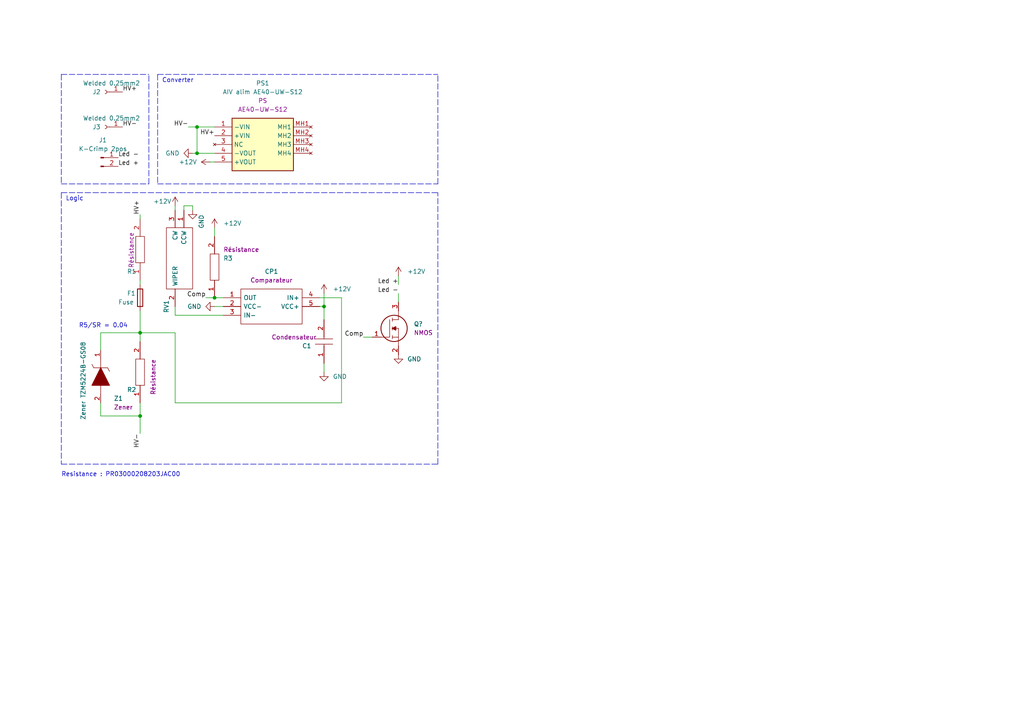
<source format=kicad_sch>
(kicad_sch (version 20211123) (generator eeschema)
  (paper "A4")
  (lib_symbols
    (symbol "Connector:Conn_01x01_Female" (pin_names (offset 1.016) hide)
      (property "Reference" "J" (at 0 2.54 0))
      (property "Value" "Conn_01x01_Female" (at 0 -2.54 0))
      (symbol "Conn_01x01_Female_1_1"
        (polyline (pts (xy -1.27 0) (xy -0.508 0)) (stroke (width 0.1524)))
        (arc (start 0 0.508) (mid -0.508 0) (end 0 -0.508) (stroke (width 0.1524)))
        (pin passive line (at -5.08 0 0) (length 3.81) (name "Pin_1") (number "1"))
      )
    )
    (symbol "Connector:Conn_01x02_Male" (pin_names (offset 1.016) hide)
      (property "Reference" "J" (at 0 2.54 0))
      (property "Value" "Conn_01x02_Male" (at 0 -5.08 0))
      (symbol "Conn_01x02_Male_1_1"
        (polyline (pts (xy 1.27 -2.54) (xy 0.8636 -2.54)) (stroke (width 0.1524)))
        (polyline (pts (xy 1.27 0) (xy 0.8636 0)) (stroke (width 0.1524)))
        (rectangle (start 0.8636 -2.413) (end 0 -2.667) (stroke (width 0.1524)) (fill (type outline)))
        (rectangle (start 0.8636 0.127) (end 0 -0.127) (stroke (width 0.1524)) (fill (type outline)))
        (pin passive line (at 5.08 0 180) (length 3.81) (name "Pin_1") (number "1"))
        (pin passive line (at 5.08 -2.54 180) (length 3.81) (name "Pin_2") (number "2"))
      )
    )
    (symbol "Device:Fuse" (pin_numbers hide) (pin_names (offset 0))
      (property "Reference" "F" (at 2.032 0 90))
      (property "Value" "Fuse" (at -1.905 0 90))
      (symbol "Fuse_0_1"
        (rectangle (start -0.762 -2.54) (end 0.762 2.54) (stroke (width 0.254)))
        (polyline (pts (xy 0 2.54) (xy 0 -2.54)))
      )
      (symbol "Fuse_1_1"
        (pin passive line (at 0 3.81 270) (length 1.27) (name "~") (number "1"))
        (pin passive line (at 0 -3.81 90) (length 1.27) (name "~") (number "2"))
      )
    )
    (symbol "EPSA_lib:AIV alim AE40-UW-S12"
      (property "Reference" "PS" (at 0 0 0))
      (property "Value" "AIV alim AE40-UW-S12" (at 8.89 6.35 0))
      (property "Reference_1" "PS" (at 24.13 7.62 0))
      (property "Value_1" "AE40-UW-S12" (at 24.13 5.08 0))
      (symbol "AIV alim AE40-UW-S12_1_1"
        (rectangle (start 5.08 2.54) (end 22.86 -12.7) (stroke (width 0.254)) (fill (type background)))
        (pin passive line (at 0 0 0) (length 5.08) (name "-VIN") (number "1"))
        (pin passive line (at 0 -2.54 0) (length 5.08) (name "+VIN") (number "2"))
        (pin no_connect line (at 0 -5.08 0) (length 5.08) (name "NC") (number "3"))
        (pin passive line (at 0 -7.62 0) (length 5.08) (name "-VOUT") (number "4"))
        (pin passive line (at 0 -10.16 0) (length 5.08) (name "+VOUT") (number "5"))
        (pin no_connect line (at 27.94 0 180) (length 5.08) (name "MH1") (number "MH1"))
        (pin no_connect line (at 27.94 -2.54 180) (length 5.08) (name "MH2") (number "MH2"))
        (pin no_connect line (at 27.94 -5.08 180) (length 5.08) (name "MH3") (number "MH3"))
        (pin no_connect line (at 27.94 -7.62 180) (length 5.08) (name "MH4") (number "MH4"))
      )
    )
    (symbol "EPSA_lib:Comparateur TS391ILT" (pin_names (offset 0.762))
      (property "Reference" "CP" (at 35.56 8.89 0))
      (property "Render Name" "Comparateur" (at 13.97 3.81 0))
      (symbol "Comparateur TS391ILT_0_0"
        (pin passive line (at 0 0 0) (length 5.08) (name "OUT") (number "1"))
        (pin passive line (at 0 -2.54 0) (length 5.08) (name "VCC-") (number "2"))
        (pin passive line (at 0 -5.08 0) (length 5.08) (name "IN-") (number "3"))
        (pin passive line (at 27.94 0 180) (length 5.08) (name "IN+") (number "4"))
        (pin passive line (at 27.94 -2.54 180) (length 5.08) (name "VCC+") (number "5"))
      )
      (symbol "Comparateur TS391ILT_0_1"
        (polyline (pts (xy 5.08 2.54) (xy 22.86 2.54) (xy 22.86 -7.62) (xy 5.08 -7.62) (xy 5.08 2.54)) (stroke (width 0.1524)))
      )
    )
    (symbol "EPSA_lib:Condensateur 0805Y1000104JXT" (pin_names (offset 0.762))
      (property "Reference" "C" (at 20.32 5.08 0))
      (property "Spice_Model" "10" (at 5.08 6.35 0))
      (property "Render Name" "Condensateur" (at 6.35 3.81 0))
      (symbol "Condensateur 0805Y1000104JXT_0_0"
        (pin passive line (at 0 0 0) (length 5.08) (name "~") (number "1"))
        (pin passive line (at 12.7 0 180) (length 5.08) (name "~") (number "2"))
      )
      (symbol "Condensateur 0805Y1000104JXT_0_1"
        (polyline (pts (xy 5.08 0) (xy 5.588 0)) (stroke (width 0.1524)))
        (polyline (pts (xy 5.588 2.54) (xy 5.588 -2.54)) (stroke (width 0.1524)))
        (polyline (pts (xy 7.112 0) (xy 7.62 0)) (stroke (width 0.1524)))
        (polyline (pts (xy 7.112 2.54) (xy 7.112 -2.54)) (stroke (width 0.1524)))
      )
    )
    (symbol "EPSA_lib:NMOS SQ2348ES-T1_GE3" (pin_names (offset 0.762))
      (property "Reference" "Q" (at 41.91 12.7 0))
      (property "Render Name" "NMOS" (at 15.875 0.635 0))
      (symbol "NMOS SQ2348ES-T1_GE3_0_0"
        (pin passive line (at 13.335 12.065 270) (length 2.54) (name "~") (number "1"))
        (pin passive line (at 8.255 4.445 0) (length 2.54) (name "~") (number "2"))
        (pin passive line (at 23.495 4.445 180) (length 2.54) (name "~") (number "3"))
      )
      (symbol "NMOS SQ2348ES-T1_GE3_0_1"
        (polyline (pts (xy 12.827 6.223) (xy 13.843 6.223)) (stroke (width 0.1524)))
        (polyline (pts (xy 13.335 6.223) (xy 13.335 4.445)) (stroke (width 0.1524)))
        (polyline (pts (xy 15.367 6.223) (xy 16.383 6.223)) (stroke (width 0.1524)))
        (polyline (pts (xy 15.875 4.445) (xy 10.795 4.445)) (stroke (width 0.1524)))
        (polyline (pts (xy 15.875 4.445) (xy 15.875 6.223)) (stroke (width 0.1524)))
        (polyline (pts (xy 18.415 4.445) (xy 18.415 6.223)) (stroke (width 0.1524)))
        (polyline (pts (xy 18.415 4.445) (xy 20.955 4.445)) (stroke (width 0.1524)))
        (polyline (pts (xy 18.923 6.223) (xy 17.907 6.223)) (stroke (width 0.1524)))
        (polyline (pts (xy 13.335 9.525) (xy 13.335 6.985) (xy 18.415 6.985)) (stroke (width 0.1524)))
        (polyline (pts (xy 15.875 6.223) (xy 16.383 5.207) (xy 15.367 5.207) (xy 15.875 6.223)) (stroke (width 0.254)) (fill (type outline)))
        (circle (center 15.875 5.715) (radius 3.81) (stroke (width 0.254)))
      )
    )
    (symbol "EPSA_lib:Résistance RK73H2BLTDD2152F" (pin_names (offset 0.762))
      (property "Reference" "R" (at 25.4 5.08 0))
      (property "Spice_Model" "10" (at 7.62 5.08 0))
      (property "Render Name" "Résistance" (at 8.89 2.54 0))
      (symbol "Résistance RK73H2BLTDD2152F_0_0"
        (pin passive line (at 0 0 0) (length 5.08) (name "~") (number "1"))
        (pin passive line (at 17.78 0 180) (length 5.08) (name "~") (number "2"))
      )
      (symbol "Résistance RK73H2BLTDD2152F_0_1"
        (polyline (pts (xy 5.08 1.27) (xy 12.7 1.27) (xy 12.7 -1.27) (xy 5.08 -1.27) (xy 5.08 1.27)) (stroke (width 0.1524)))
      )
    )
    (symbol "EPSA_lib:Varystor 3296Y-1-223LF" (pin_names (offset 0.762))
      (property "Reference" "RV" (at 34.29 7.62 0))
      (property "Render Name" "Varystor" (at 13.97 3.81 0))
      (symbol "Varystor 3296Y-1-223LF_0_0"
        (pin passive line (at 27.94 -2.54 180) (length 5.08) (name "CCW") (number "1"))
        (pin passive line (at 0 0 0) (length 5.08) (name "WIPER") (number "2"))
        (pin passive line (at 27.94 0 180) (length 5.08) (name "CW") (number "3"))
      )
      (symbol "Varystor 3296Y-1-223LF_0_1"
        (polyline (pts (xy 5.08 2.54) (xy 22.86 2.54) (xy 22.86 -5.08) (xy 5.08 -5.08) (xy 5.08 2.54)) (stroke (width 0.1524)))
      )
    )
    (symbol "EPSA_lib:Zener TZM5224B-GS08" (pin_names (offset 0.762))
      (property "Reference" "Z" (at 5.08 6.35 0))
      (property "Titre" "Zener" (at 6.35 3.81 0))
      (symbol "Zener TZM5224B-GS08_0_0"
        (pin passive line (at 0 0 0) (length 2.54) (name "~") (number "1"))
        (pin passive line (at 15.24 0 180) (length 2.54) (name "~") (number "2"))
      )
      (symbol "Zener TZM5224B-GS08_0_1"
        (polyline (pts (xy 2.54 0) (xy 5.08 0)) (stroke (width 0.1524)))
        (polyline (pts (xy 4.064 -2.54) (xy 5.08 -2.032)) (stroke (width 0.1524)))
        (polyline (pts (xy 5.08 2.032) (xy 5.08 -2.032)) (stroke (width 0.1524)))
        (polyline (pts (xy 5.08 2.032) (xy 6.096 2.54)) (stroke (width 0.1524)))
        (polyline (pts (xy 12.7 0) (xy 10.16 0)) (stroke (width 0.1524)))
        (polyline (pts (xy 5.08 0) (xy 10.16 2.54) (xy 10.16 -2.54) (xy 5.08 0)) (stroke (width 0.254)) (fill (type outline)))
      )
    )
    (symbol "power:+12V" (power) (pin_names (offset 0))
      (property "Value" "+12V" (at 0 3.556 0))
      (symbol "+12V_0_1"
        (polyline (pts (xy -0.762 1.27) (xy 0 2.54)))
        (polyline (pts (xy 0 0) (xy 0 2.54)))
        (polyline (pts (xy 0 2.54) (xy 0.762 1.27)))
      )
      (symbol "+12V_1_1"
        (pin power_in line (at 0 0 90) (length 0) hide (name "+12V") (number "1"))
      )
    )
    (symbol "power:GND" (power) (pin_names (offset 0))
      (property "Value" "GND" (at 0 -3.81 0))
      (symbol "GND_0_1"
        (polyline (pts (xy 0 0) (xy 0 -1.27) (xy 1.27 -1.27) (xy 0 -2.54) (xy -1.27 -1.27) (xy 0 -1.27)))
      )
      (symbol "GND_1_1"
        (pin power_in line (at 0 0 270) (length 0) hide (name "GND") (number "1"))
      )
    )
  )
  (junction (at 93.98 88.9))
  (junction (at 57.15 36.83))
  (junction (at 62.23 86.36))
  (junction (at 40.64 120.65))
  (junction (at 40.64 96.52))
  (junction (at 57.15 44.45))
  (wire (pts (xy 40.64 116.84) (xy 40.64 120.65)))
  (wire (pts (xy 29.21 116.84) (xy 29.21 120.65)))
  (polyline (pts (xy 17.78 21.59) (xy 17.78 53.34)))
  (wire (pts (xy 62.23 66.04) (xy 62.23 68.58)))
  (polyline (pts (xy 127 53.34) (xy 127 21.59)))
  (polyline (pts (xy 17.78 21.59) (xy 43.18 21.59)))
  (wire (pts (xy 40.64 90.17) (xy 40.64 96.52)))
  (wire (pts (xy 53.34 59.69) (xy 55.88 59.69)))
  (wire (pts (xy 50.8 96.52) (xy 40.64 96.52)))
  (wire (pts (xy 93.98 85.09) (xy 93.98 88.9)))
  (wire (pts (xy 29.21 96.52) (xy 29.21 101.6)))
  (polyline (pts (xy 43.18 53.34) (xy 43.18 21.59)))
  (wire (pts (xy 62.23 86.36) (xy 64.77 86.36)))
  (wire (pts (xy 40.64 120.65) (xy 40.64 125.73)))
  (wire (pts (xy 55.88 44.45) (xy 57.15 44.45)))
  (wire (pts (xy 99.06 116.84) (xy 50.8 116.84)))
  (wire (pts (xy 115.57 85.09) (xy 115.57 87.63)))
  (wire (pts (xy 40.64 120.65) (xy 29.21 120.65)))
  (polyline (pts (xy 17.78 53.34) (xy 43.18 53.34)))
  (wire (pts (xy 93.98 88.9) (xy 93.98 92.71)))
  (wire (pts (xy 64.77 88.9) (xy 62.23 88.9)))
  (wire (pts (xy 93.98 105.41) (xy 93.98 107.95)))
  (polyline (pts (xy 45.72 21.59) (xy 45.72 53.34)))
  (wire (pts (xy 54.61 36.83) (xy 57.15 36.83)))
  (wire (pts (xy 57.15 36.83) (xy 57.15 44.45)))
  (wire (pts (xy 92.71 88.9) (xy 93.98 88.9)))
  (wire (pts (xy 92.71 86.36) (xy 99.06 86.36)))
  (wire (pts (xy 55.88 59.69) (xy 55.88 60.96)))
  (wire (pts (xy 53.34 59.69) (xy 53.34 60.96)))
  (polyline (pts (xy 17.78 55.88) (xy 127 55.88)))
  (wire (pts (xy 40.64 99.06) (xy 40.64 96.52)))
  (wire (pts (xy 29.21 96.52) (xy 40.64 96.52)))
  (polyline (pts (xy 17.78 55.88) (xy 17.78 134.62)))
  (wire (pts (xy 99.06 86.36) (xy 99.06 116.84)))
  (polyline (pts (xy 17.78 134.62) (xy 127 134.62)))
  (wire (pts (xy 60.96 46.99) (xy 62.23 46.99)))
  (polyline (pts (xy 45.72 53.34) (xy 127 53.34)))
  (wire (pts (xy 50.8 116.84) (xy 50.8 96.52)))
  (wire (pts (xy 57.15 36.83) (xy 62.23 36.83)))
  (wire (pts (xy 50.8 59.69) (xy 50.8 60.96)))
  (wire (pts (xy 40.64 62.23) (xy 40.64 63.5)))
  (wire (pts (xy 40.64 81.28) (xy 40.64 82.55)))
  (polyline (pts (xy 45.72 21.59) (xy 127 21.59)))
  (wire (pts (xy 105.41 97.79) (xy 107.95 97.79)))
  (wire (pts (xy 115.57 80.01) (xy 115.57 82.55)))
  (polyline (pts (xy 127 134.62) (xy 127 55.88)))
  (wire (pts (xy 57.15 44.45) (xy 62.23 44.45)))
  (wire (pts (xy 59.69 86.36) (xy 62.23 86.36)))
  (wire (pts (xy 50.8 88.9) (xy 50.8 91.44)))
  (wire (pts (xy 50.8 91.44) (xy 64.77 91.44)))
  (text "Converter" (at 46.99 24.13 0) (effects (font (size 1.27 1.27)) (justify left bottom)))
  (text "Resistance : PR03000208203JAC00" (at 17.78 138.43 0) (effects (font (size 1.27 1.27)) (justify left bottom)))
  (text "Logic " (at 19.05 58.42 0) (effects (font (size 1.27 1.27)) (justify left bottom)))
  (text "R5/SR = 0.04" (at 22.86 95.25 0) (effects (font (size 1.27 1.27)) (justify left bottom)))
  (label "Led -" (at 115.57 85.09 180))
  (label "HV-" (at 40.64 125.73 270))
  (label "Comp" (at 105.41 97.79 180))
  (label "HV+" (at 35.56 26.67 0))
  (label "HV-" (at 35.56 36.83 0))
  (label "Comp" (at 59.69 86.36 180))
  (label "HV+" (at 62.23 39.37 180))
  (label "Led -" (at 34.29 45.72 0))
  (label "Led +" (at 115.57 82.55 180))
  (label "HV+" (at 40.64 62.23 90))
  (label "Led +" (at 34.29 48.26 0))
  (label "HV-" (at 54.61 36.83 180))
  (symbol (lib_id "EPSA_lib:Varystor 3296Y-1-223LF") (at 50.8 88.9 90) (unit 1)
    (property "Reference" "RV1" (at 48.26 88.9 0))
    (property "Value" "Varystor 3296Y-1-223LF" (effects hide))
    (property "Footprint" "EPSA_lib:3296Y1223LF" (effects hide))
    (property "Datasheet" "https://www.bourns.com/docs/Product-Datasheets/3296.pdf" (effects hide))
    (property "Description" "Bourns 3296Y Series 25-Turn Through Hole Cermet Trimmer Resistor with Solder Pin Terminations, 22k +/-10% 0.5W +/-100ppm/C" (effects hide))
    (property "Height" "11.8" (effects hide))
    (property "Manufacturer_Name" "Bourns" (effects hide))
    (property "Manufacturer_Part_Number" "3296Y-1-223LF" (effects hide))
    (property "Mouser Part Number" "652-3296Y-1-223LF" (effects hide))
    (property "Mouser Price/Stock" "https://www.mouser.co.uk/ProductDetail/Bourns/3296Y-1-223LF?qs=RUdTbCszRyG%2Fz0rQkQfbLg%3D%3D" (effects hide))
    (property "Arrow Part Number" "3296Y-1-223LF" (effects hide))
    (property "Arrow Price/Stock" "https://www.arrow.com/en/products/3296y-1-223lf/bourns" (effects hide))
    (property "Spice_Primitive" "X" (effects hide))
    (property "Spice_Model" "VARYSTOR Rtot=20k Part=0.17" (at 45.72 88.9 0) (effects (justify left)))
    (property "Spice_Netlist_Enabled" "Y" (effects hide))
    (property "Spice_Lib_File" "${EPSA}\\SpiceModel\\VARYSTOR.lib" (effects hide))
    (property "Render Name" "Varystor" (effects hide))
  )
  (symbol (lib_id "power:+12V") (at 115.57 80.01 0) (unit 1)
    (property "Reference" "#PWR?" (effects hide))
    (property "Value" "+12V" (at 118.11 78.7399 0) (effects (justify left)))
  )
  (symbol (lib_id "power:+12V") (at 93.98 85.09 0) (unit 1)
    (property "Reference" "#PWR?" (effects hide))
    (property "Value" "+12V" (at 96.52 83.8199 0) (effects (justify left)))
  )
  (symbol (lib_id "EPSA_lib:Zener TZM5224B-GS08") (at 29.21 101.6 270) (unit 1)
    (property "Reference" "Z1" (at 33.02 115.5699 90) (effects (justify left)))
    (property "Value" "Zener TZM5224B-GS08" (at 24.13 99.06 0) (effects (justify left)))
    (property "Footprint" "Diode_SMD:D_MiniMELF" (effects hide))
    (property "Datasheet" "https://www.mouser.co.uk/datasheet/2/427/tzm5221-103146.pdf" (effects hide))
    (property "Description" "Vishay TZM5224B-GS08 Zener Diode, 2.8V 5% 500 mW SMT 2-Pin SOD-80" (effects hide))
    (property "Height" "1.6" (effects hide))
    (property "Manufacturer_Name" "Vishay" (effects hide))
    (property "Manufacturer_Part_Number" "TZM5224B-GS08" (effects hide))
    (property "Mouser Part Number" "78-TZM5224B" (effects hide))
    (property "Mouser Price/Stock" "https://www.mouser.co.uk/ProductDetail/Vishay-Semiconductors/TZM5224B-GS08?qs=25SNtymhSqPc9I2zbkn61Q%3D%3D" (effects hide))
    (property "Titre" "Zener" (at 33.02 118.1099 90) (effects (justify left)))
    (property "Spice_Primitive" "X" (effects hide))
    (property "Spice_Model" "DI_BZT52C2V4" (effects hide))
    (property "Spice_Netlist_Enabled" "Y" (effects hide))
    (property "Spice_Lib_File" "${EPSA}\\SpiceModel\\Zener.lib" (effects hide))
    (property "Spice_Node_Sequence" "2 1" (effects hide))
  )
  (symbol (lib_id "EPSA_lib:Condensateur 0805Y1000104JXT") (at 93.98 105.41 90) (unit 1)
    (property "Reference" "C1" (at 87.63 100.33 90) (effects (justify right)))
    (property "Value" "Condensateur 0805Y1000104JXT" (effects hide))
    (property "Footprint" "EPSA_lib:CAPC2012X130N" (effects hide))
    (property "Datasheet" "http://docs-europe.electrocomponents.com/webdocs/119d/0900766b8119d7bc.pdf" (effects hide))
    (property "Description" "Syfer 0805 Ceramic Chip Capacitors" (effects hide))
    (property "Height" "1.3" (effects hide))
    (property "Manufacturer_Name" "Syfer" (effects hide))
    (property "Manufacturer_Part_Number" "0805Y1000104JXT" (effects hide))
    (property "Arrow Part Number" "0805Y1000104JXT" (effects hide))
    (property "Arrow Price/Stock" "https://www.arrow.com/en/products/0805y1000104jxt/syfer-technology?region=europe" (effects hide))
    (property "Spice_Primitive" "C" (effects hide))
    (property "Spice_Model" "10n" (at 86.36 102.87 90) (effects (justify right)))
    (property "Spice_Netlist_Enabled" "N" (effects hide))
    (property "Render Name" "Condensateur" (at 78.74 97.79 90) (effects (justify right)))
  )
  (symbol (lib_id "power:+12V") (at 60.96 46.99 90) (unit 1)
    (property "Reference" "#PWR03" (effects hide))
    (property "Value" "+12V" (at 57.15 46.9899 90) (effects (justify left)))
  )
  (symbol (lib_id "EPSA_lib:AIV alim AE40-UW-S12") (at 62.23 36.83 0) (unit 1)
    (property "Reference" "PS1" (at 76.2 24.13 0))
    (property "Value" "AIV alim AE40-UW-S12" (at 76.2 26.67 0))
    (property "Reference_1" "PS" (at 76.2 29.21 0))
    (property "Value_1" "AE40-UW-S12" (at 76.2 31.75 0))
    (property "Footprint_1" "AE40UWS12" (effects hide))
    (property "Datasheet_1" "https://4donline.ihs.com/images/VipMasterIC/IC/CUIS/CUIS-S-A0016126072/CUIS-S-A0016126072-1.pdf?hkey=EF798316E3902B6ED9A73243A3159BB0" (effects hide))
    (property "Height" "40.5" (effects hide))
    (property "Manufacturer_Name" "CUI Inc." (effects hide))
    (property "Manufacturer_Part_Number" "AE40-UW-S12" (effects hide))
    (property "Mouser Part Number" "490-AE40-UW-S12" (effects hide))
    (property "Mouser Price/Stock" "https://www.mouser.co.uk/ProductDetail/CUI-Inc/AE40-UW-S12?qs=f9yNj16SXrIfTv9jjRHLaw%3D%3D" (effects hide))
    (property "Arrow Part Number" "AE40-UW-S12" (effects hide))
    (property "Arrow Price/Stock" "https://www.arrow.com/en/products/ae40-uw-s12/cui-inc" (effects hide))
  )
  (symbol (lib_id "power:GND") (at 93.98 107.95 0) (unit 1)
    (property "Reference" "#PWR?" (effects hide))
    (property "Value" "GND" (at 96.52 109.2199 0) (effects (justify left)))
  )
  (symbol (lib_id "power:+12V") (at 50.8 59.69 0) (unit 1)
    (property "Reference" "#PWR?" (effects hide))
    (property "Value" "+12V" (at 44.45 58.42 0) (effects (justify left)))
  )
  (symbol (lib_id "power:GND") (at 55.88 44.45 270) (unit 1)
    (property "Reference" "#PWR04" (effects hide))
    (property "Value" "GND" (at 52.07 44.4499 90) (effects (justify right)))
  )
  (symbol (lib_id "Connector:Conn_01x01_Female") (at 30.48 26.67 180) (unit 1)
    (property "Reference" "J2" (at 29.21 26.67 0) (effects (justify left)))
    (property "Value" "Welded 0.25mm2" (at 40.64 24.13 0) (effects (justify left)))
  )
  (symbol (lib_id "EPSA_lib:Comparateur TS391ILT") (at 64.77 86.36 0) (unit 1)
    (property "Reference" "CP1" (at 78.74 78.74 0))
    (property "Value" "Comparateur TS391ILT" (effects hide))
    (property "Footprint" "EPSA_lib:SOT95P280X145-5N" (effects hide))
    (property "Datasheet" "http://www.st.com/st-web-ui/static/active/en/resource/technical/document/datasheet/CD00001660.pdf" (effects hide))
    (property "Description" "TS391ILT, Comparator Open Collector 0.3us 12 V, 15 V, 18 V, 24 V, 28 V, 3 V, 5 V, 9 V 5-Pin SOT-23" (effects hide))
    (property "Height" "1.45" (effects hide))
    (property "Manufacturer_Name" "STMicroelectronics" (effects hide))
    (property "Manufacturer_Part_Number" "TS391ILT" (effects hide))
    (property "Mouser Part Number" "511-TS391IL" (effects hide))
    (property "Mouser Price/Stock" "https://www.mouser.co.uk/ProductDetail/STMicroelectronics/TS391ILT?qs=P8h1tZw8GcB9GWR61XM17g%3D%3D" (effects hide))
    (property "Arrow Part Number" "TS391ILT" (effects hide))
    (property "Arrow Price/Stock" "https://www.arrow.com/en/products/ts391ilt/stmicroelectronics?region=europe" (effects hide))
    (property "Spice_Primitive" "X" (effects hide))
    (property "Spice_Model" "TS391" (effects hide))
    (property "Spice_Netlist_Enabled" "Y" (effects hide))
    (property "Spice_Node_Sequence" "4,3,5,2,1" (effects hide))
    (property "Spice_Lib_File" "${EPSA}\\SpiceModel\\C_ts391.lib" (effects hide))
    (property "Render Name" "Comparateur" (at 78.74 81.28 0))
  )
  (symbol (lib_id "power:+12V") (at 62.23 66.04 0) (unit 1)
    (property "Reference" "#PWR?" (effects hide))
    (property "Value" "+12V" (at 64.77 64.7699 0) (effects (justify left)))
  )
  (symbol (lib_id "EPSA_lib:NMOS SQ2348ES-T1_GE3") (at 120.015 111.125 90) (unit 1)
    (property "Reference" "Q?" (at 120.015 93.9799 90) (effects (justify right)))
    (property "Value" "NMOS SQ2348ES-T1_GE3" (effects hide))
    (property "Footprint" "EPSA_lib:SOT95P237X112-3N" (effects hide))
    (property "Datasheet" "http://www.vishay.com/docs/63706/sq2348es.pdf" (effects hide))
    (property "Description" "VISHAY - SQ2348ES-T1_GE3 - MOSFET, AEC-Q101, N-CH, 30V, SOT-23" (effects hide))
    (property "Height" "1.12" (effects hide))
    (property "Manufacturer_Name" "Vishay" (effects hide))
    (property "Manufacturer_Part_Number" "SQ2348ES-T1_GE3" (effects hide))
    (property "Mouser Part Number" "781-SQ2348ES-T1_GE3" (effects hide))
    (property "Mouser Price/Stock" "https://www.mouser.co.uk/ProductDetail/Vishay-Siliconix/SQ2348ES-T1_GE3?qs=jHkklCh7amgC88blremf%252Bw%3D%3D" (effects hide))
    (property "Arrow Part Number" "SQ2348ES-T1_GE3" (effects hide))
    (property "Arrow Price/Stock" "https://www.arrow.com/en/products/sq2348es-t1-ge3/vishay?region=nac" (effects hide))
    (property "Spice_Primitive" "X" (effects hide))
    (property "Spice_Model" "SQ2348ES" (effects hide))
    (property "Spice_Netlist_Enabled" "Y" (effects hide))
    (property "Spice_Node_Sequence" "3,1,2" (effects hide))
    (property "Spice_Lib_File" "${EPSA}\\SpiceModel\\NMOS_SQ2348ES_PS Rev A.LIB" (effects hide))
    (property "Render Name" "NMOS" (at 120.015 96.5199 90) (effects (justify right)))
  )
  (symbol (lib_id "Device:Fuse") (at 40.64 86.36 0) (unit 1)
    (property "Reference" "F1" (at 36.83 85.09 0) (effects (justify left)))
    (property "Value" "Fuse" (at 34.29 87.63 0) (effects (justify left)))
    (property "Footprint" "EPSA_lib:0PTF0078P" (effects hide))
  )
  (symbol (lib_id "EPSA_lib:Résistance RK73H2BLTDD2152F") (at 40.64 81.28 90) (unit 1)
    (property "Reference" "R1" (at 36.83 78.74 90) (effects (justify right)))
    (property "Value" "Résistance RK73H2BLTDD2152F" (effects hide))
    (property "Footprint" "Resistor_THT:R_Axial_DIN0617_L17.0mm_D6.0mm_P20.32mm_Horizontal" (effects hide))
    (property "Datasheet" "http://www.koaspeer.com/catimages/Products/RK73H/RK73H.pdf" (effects hide))
    (property "Description" "Thick Film Resistors - SMD" (effects hide))
    (property "Height" "0.7" (effects hide))
    (property "Manufacturer_Name" "KOA Speer" (effects hide))
    (property "Manufacturer_Part_Number" "RK73H2BLTDD2152F" (effects hide))
    (property "Mouser Part Number" "N/A" (effects hide))
    (property "Mouser Price/Stock" "https://www.mouser.co.uk/ProductDetail/KOA-Speer/RK73H2BLTDD2152F?qs=WeIALVmW3zmyxMFsjVzMRw%3D%3D" (effects hide))
    (property "Spice_Primitive" "R" (effects hide))
    (property "Spice_Model" "820k" (at 40.64 69.85 0) (effects (justify right)))
    (property "Spice_Netlist_Enabled" "Y" (effects hide))
    (property "Render Name" "Résistance" (at 38.1 67.31 0) (effects (justify right)))
  )
  (symbol (lib_id "EPSA_lib:Résistance RK73H2BLTDD2152F") (at 62.23 86.36 90) (unit 1)
    (property "Reference" "R3" (at 64.77 74.9299 90) (effects (justify right)))
    (property "Value" "Résistance RK73H2BLTDD2152F" (effects hide))
    (property "Footprint" "EPSA_lib:RESC3216X70N" (effects hide))
    (property "Datasheet" "http://www.koaspeer.com/catimages/Products/RK73H/RK73H.pdf" (effects hide))
    (property "Description" "Thick Film Resistors - SMD" (effects hide))
    (property "Height" "0.7" (effects hide))
    (property "Manufacturer_Name" "KOA Speer" (effects hide))
    (property "Manufacturer_Part_Number" "RK73H2BLTDD2152F" (effects hide))
    (property "Mouser Part Number" "N/A" (effects hide))
    (property "Mouser Price/Stock" "https://www.mouser.co.uk/ProductDetail/KOA-Speer/RK73H2BLTDD2152F?qs=WeIALVmW3zmyxMFsjVzMRw%3D%3D" (effects hide))
    (property "Spice_Primitive" "R" (effects hide))
    (property "Spice_Model" "2k6" (at 64.77 77.4699 90) (effects (justify right)))
    (property "Spice_Netlist_Enabled" "Y" (effects hide))
    (property "Render Name" "Résistance" (at 64.77 72.39 90) (effects (justify right)))
  )
  (symbol (lib_id "Connector:Conn_01x02_Male") (at 29.21 45.72 0) (unit 1)
    (property "Reference" "J1" (at 29.845 40.64 0))
    (property "Value" "K-Crimp 2pos" (at 29.845 43.18 0))
  )
  (symbol (lib_id "EPSA_lib:Résistance RK73H2BLTDD2152F") (at 40.64 116.84 90) (unit 1)
    (property "Reference" "R2" (at 36.83 113.03 90) (effects (justify right)))
    (property "Value" "Résistance RK73H2BLTDD2152F" (effects hide))
    (property "Footprint" "EPSA_lib:RESC3216X70N" (effects hide))
    (property "Datasheet" "http://www.koaspeer.com/catimages/Products/RK73H/RK73H.pdf" (effects hide))
    (property "Description" "Thick Film Resistors - SMD" (effects hide))
    (property "Height" "0.7" (effects hide))
    (property "Manufacturer_Name" "KOA Speer" (effects hide))
    (property "Manufacturer_Part_Number" "RK73H2BLTDD2152F" (effects hide))
    (property "Mouser Part Number" "N/A" (effects hide))
    (property "Mouser Price/Stock" "https://www.mouser.co.uk/ProductDetail/KOA-Speer/RK73H2BLTDD2152F?qs=WeIALVmW3zmyxMFsjVzMRw%3D%3D" (effects hide))
    (property "Spice_Primitive" "R" (effects hide))
    (property "Spice_Model" "32k" (at 43.18 101.6 90) (effects (justify right)))
    (property "Spice_Netlist_Enabled" "Y" (effects hide))
    (property "Render Name" "Résistance" (at 44.45 104.14 0) (effects (justify right)))
  )
  (symbol (lib_id "power:GND") (at 62.23 88.9 270) (unit 1)
    (property "Reference" "#PWR?" (effects hide))
    (property "Value" "GND" (at 58.42 88.9 90) (effects (justify right)))
  )
  (symbol (lib_id "power:GND") (at 55.88 60.96 0) (unit 1)
    (property "Reference" "#PWR?" (effects hide))
    (property "Value" "GND" (at 58.42 62.23 90) (effects (justify right)))
  )
  (symbol (lib_id "power:GND") (at 115.57 102.87 0) (unit 1)
    (property "Reference" "#PWR?" (effects hide))
    (property "Value" "GND" (at 118.11 104.1399 0) (effects (justify left)))
  )
  (symbol (lib_id "Connector:Conn_01x01_Female") (at 30.48 36.83 180) (unit 1)
    (property "Reference" "J3" (at 29.21 36.83 0) (effects (justify left)))
    (property "Value" "Welded 0.25mm2" (at 40.64 34.29 0) (effects (justify left)))
  )
)
</source>
